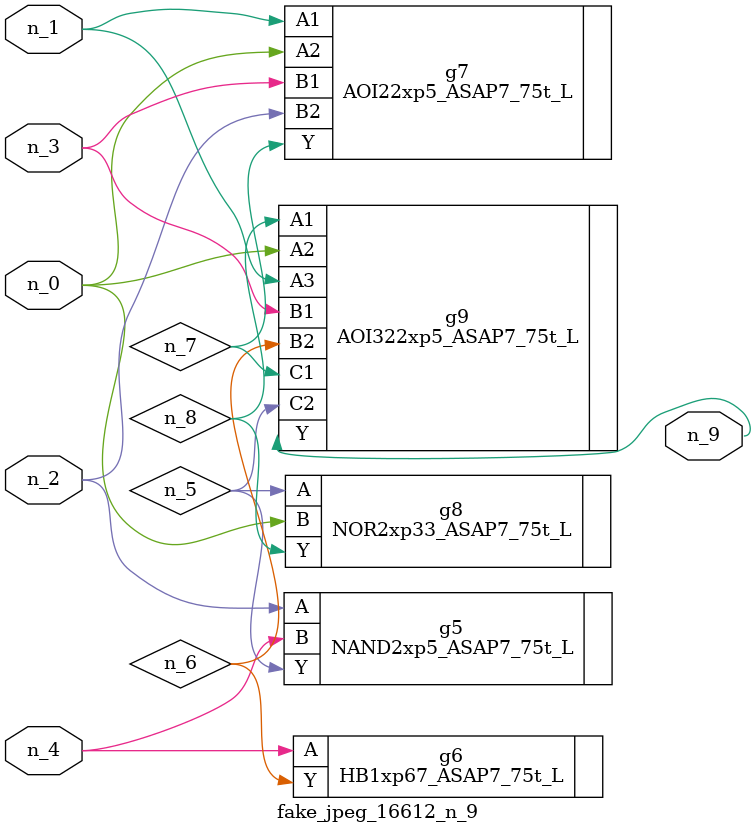
<source format=v>
module fake_jpeg_16612_n_9 (n_3, n_2, n_1, n_0, n_4, n_9);

input n_3;
input n_2;
input n_1;
input n_0;
input n_4;

output n_9;

wire n_8;
wire n_6;
wire n_5;
wire n_7;

NAND2xp5_ASAP7_75t_L g5 ( 
.A(n_2),
.B(n_4),
.Y(n_5)
);

HB1xp67_ASAP7_75t_L g6 ( 
.A(n_4),
.Y(n_6)
);

AOI22xp5_ASAP7_75t_L g7 ( 
.A1(n_1),
.A2(n_0),
.B1(n_3),
.B2(n_2),
.Y(n_7)
);

NOR2xp33_ASAP7_75t_L g8 ( 
.A(n_5),
.B(n_0),
.Y(n_8)
);

AOI322xp5_ASAP7_75t_L g9 ( 
.A1(n_8),
.A2(n_0),
.A3(n_1),
.B1(n_3),
.B2(n_6),
.C1(n_7),
.C2(n_5),
.Y(n_9)
);


endmodule
</source>
